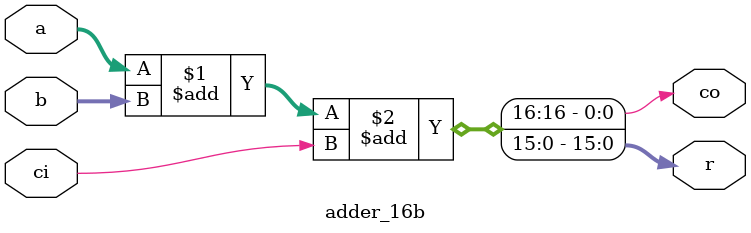
<source format=v>
`timescale 1ns / 1ps
module adder_16b(
	input [15:0] a,
	input [15:0] b,
	input ci,
	output [15:0] r,
	output co
	);
	
	assign {co, r} = a + b + ci;

endmodule

</source>
